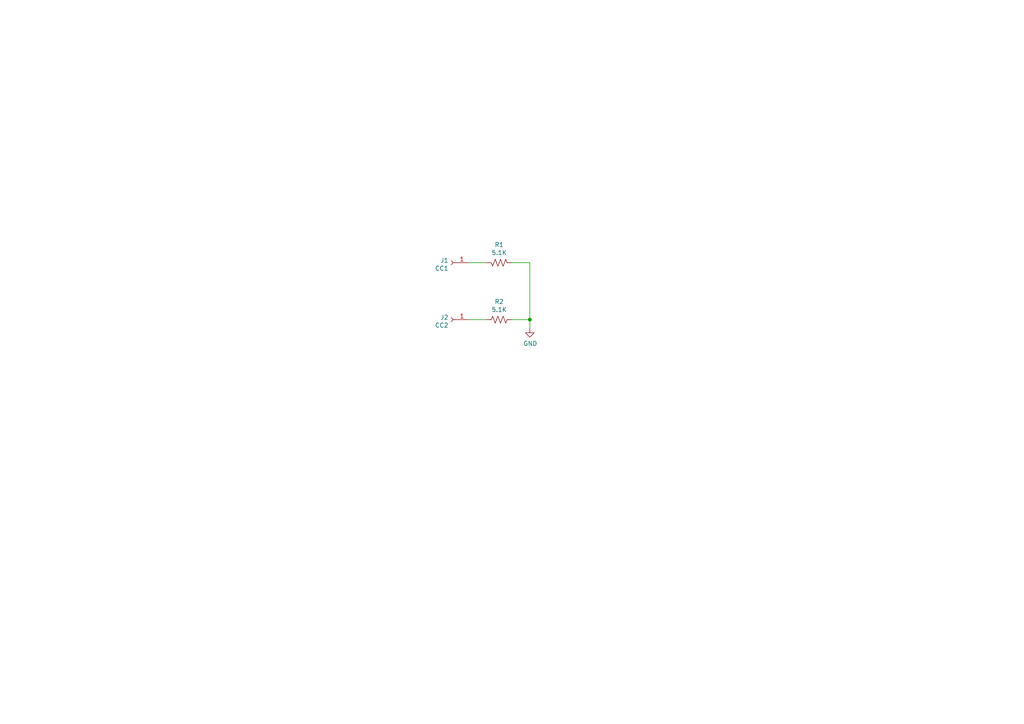
<source format=kicad_sch>
(kicad_sch (version 20211123) (generator eeschema)
  (paper "A4")
  (lib_symbols
    (symbol "Connector:Conn_01x01_Female" (pin_names (offset 1.016) hide)
      (property "Reference" "J" (at 0 2.54 0))
      (property "Value" "Conn_01x01_Female" (at 0 -2.54 0))
      (symbol "Conn_01x01_Female_1_1"
        (polyline (pts (xy -1.27 0) (xy -0.508 0)) (stroke (width 0.1524)))
        (arc (start 0 0.508) (mid -0.508 0) (end 0 -0.508) (stroke (width 0.1524)))
        (pin passive line (at -5.08 0 0) (length 3.81) (name "Pin_1") (number "1"))
      )
    )
    (symbol "Device:R_US" (pin_numbers hide) (pin_names (offset 0))
      (property "Reference" "R" (at 2.54 0 90))
      (property "Value" "R_US" (at -2.54 0 90))
      (symbol "R_US_0_1"
        (polyline (pts (xy 0 -2.286) (xy 0 -2.54)))
        (polyline (pts (xy 0 2.286) (xy 0 2.54)))
        (polyline (pts (xy 0 -0.762) (xy 1.016 -1.143) (xy 0 -1.524) (xy -1.016 -1.905) (xy 0 -2.286)))
        (polyline (pts (xy 0 0.762) (xy 1.016 0.381) (xy 0 0) (xy -1.016 -0.381) (xy 0 -0.762)))
        (polyline (pts (xy 0 2.286) (xy 1.016 1.905) (xy 0 1.524) (xy -1.016 1.143) (xy 0 0.762)))
      )
      (symbol "R_US_1_1"
        (pin passive line (at 0 3.81 270) (length 1.27) (name "~") (number "1"))
        (pin passive line (at 0 -3.81 90) (length 1.27) (name "~") (number "2"))
      )
    )
    (symbol "power:GND" (power) (pin_names (offset 0))
      (property "Value" "GND" (at 0 -3.81 0))
      (symbol "GND_0_1"
        (polyline (pts (xy 0 0) (xy 0 -1.27) (xy 1.27 -1.27) (xy 0 -2.54) (xy -1.27 -1.27) (xy 0 -1.27)))
      )
      (symbol "GND_1_1"
        (pin power_in line (at 0 0 270) (length 0) hide (name "GND") (number "1"))
      )
    )
  )
  (junction (at 153.67 92.71))
  (wire (pts (xy 148.59 76.2) (xy 153.67 76.2)))
  (wire (pts (xy 135.89 92.71) (xy 140.97 92.71)))
  (wire (pts (xy 148.59 92.71) (xy 153.67 92.71)))
  (wire (pts (xy 153.67 92.71) (xy 153.67 95.25)))
  (wire (pts (xy 153.67 76.2) (xy 153.67 92.71)))
  (wire (pts (xy 135.89 76.2) (xy 140.97 76.2)))
  (symbol (lib_id "Device:R_US") (at 144.78 76.2 90) (mirror x) (unit 1)
    (property "Reference" "R1" (at 144.78 70.993 90))
    (property "Value" "5.1K" (at 144.78 73.3044 90))
    (property "Footprint" "Resistor_SMD:R_0603_1608Metric_Pad0.98x0.95mm_HandSolder" (effects hide))
  )
  (symbol (lib_id "Device:R_US") (at 144.78 92.71 270) (unit 1)
    (property "Reference" "R2" (at 144.78 87.503 90))
    (property "Value" "5.1K" (at 144.78 89.8144 90))
    (property "Footprint" "Resistor_SMD:R_0603_1608Metric_Pad0.98x0.95mm_HandSolder" (effects hide))
  )
  (symbol (lib_id "power:GND") (at 153.67 95.25 0) (unit 1)
    (property "Reference" "#PWR0101" (effects hide))
    (property "Value" "GND" (at 153.797 99.6442 0))
    (property "Footprint" "FlexPCB:Plated_Hole_D0.6mm" (effects hide))
  )
  (symbol (lib_id "Connector:Conn_01x01_Female") (at 130.81 92.71 0) (mirror y) (unit 1)
    (property "Reference" "J2" (at 130.0988 92.0496 0) (effects (justify left)))
    (property "Value" "CC2" (at 130.0988 94.361 0) (effects (justify left)))
    (property "Footprint" "custom_connectors:c1_usb_c_connector" (effects hide))
  )
  (symbol (lib_id "Connector:Conn_01x01_Female") (at 130.81 76.2 0) (mirror y) (unit 1)
    (property "Reference" "J1" (at 130.0988 75.5396 0) (effects (justify left)))
    (property "Value" "CC1" (at 130.0988 77.851 0) (effects (justify left)))
    (property "Footprint" "custom_connectors:c1_usb_c_connector" (effects hide))
  )
)
</source>
